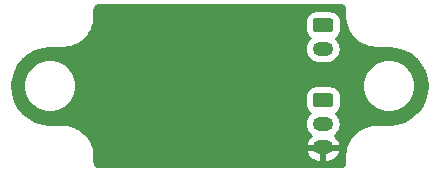
<source format=gbl>
G04 #@! TF.GenerationSoftware,KiCad,Pcbnew,(5.1.10)-1*
G04 #@! TF.CreationDate,2021-10-26T19:42:31+01:00*
G04 #@! TF.ProjectId,drv120_solenoid_driver,64727631-3230-45f7-936f-6c656e6f6964,rev?*
G04 #@! TF.SameCoordinates,Original*
G04 #@! TF.FileFunction,Copper,L2,Bot*
G04 #@! TF.FilePolarity,Positive*
%FSLAX46Y46*%
G04 Gerber Fmt 4.6, Leading zero omitted, Abs format (unit mm)*
G04 Created by KiCad (PCBNEW (5.1.10)-1) date 2021-10-26 19:42:31*
%MOMM*%
%LPD*%
G01*
G04 APERTURE LIST*
G04 #@! TA.AperFunction,ComponentPad*
%ADD10O,1.750000X1.200000*%
G04 #@! TD*
G04 #@! TA.AperFunction,Conductor*
%ADD11C,0.254000*%
G04 #@! TD*
G04 #@! TA.AperFunction,Conductor*
%ADD12C,0.100000*%
G04 #@! TD*
G04 APERTURE END LIST*
G04 #@! TA.AperFunction,ComponentPad*
G36*
G01*
X160537999Y-105381500D02*
X161788001Y-105381500D01*
G75*
G02*
X162038000Y-105631499I0J-249999D01*
G01*
X162038000Y-106331501D01*
G75*
G02*
X161788001Y-106581500I-249999J0D01*
G01*
X160537999Y-106581500D01*
G75*
G02*
X160288000Y-106331501I0J249999D01*
G01*
X160288000Y-105631499D01*
G75*
G02*
X160537999Y-105381500I249999J0D01*
G01*
G37*
G04 #@! TD.AperFunction*
D10*
X161163000Y-107981500D03*
G04 #@! TA.AperFunction,ComponentPad*
G36*
G01*
X160537999Y-111731500D02*
X161788001Y-111731500D01*
G75*
G02*
X162038000Y-111981499I0J-249999D01*
G01*
X162038000Y-112681501D01*
G75*
G02*
X161788001Y-112931500I-249999J0D01*
G01*
X160537999Y-112931500D01*
G75*
G02*
X160288000Y-112681501I0J249999D01*
G01*
X160288000Y-111981499D01*
G75*
G02*
X160537999Y-111731500I249999J0D01*
G01*
G37*
G04 #@! TD.AperFunction*
X161163000Y-114331500D03*
X161163000Y-116331500D03*
D11*
X162712496Y-104314101D02*
X162773676Y-104332572D01*
X162830105Y-104362575D01*
X162879618Y-104402958D01*
X162920356Y-104452201D01*
X162950751Y-104508416D01*
X162969647Y-104569461D01*
X162979500Y-104663199D01*
X162979500Y-105251919D01*
X162982354Y-105280897D01*
X162982266Y-105293503D01*
X162983165Y-105302674D01*
X163024618Y-105697077D01*
X163036648Y-105755683D01*
X163047855Y-105814435D01*
X163050519Y-105823257D01*
X163167790Y-106202099D01*
X163190974Y-106257250D01*
X163213380Y-106312708D01*
X163217706Y-106320845D01*
X163406328Y-106669693D01*
X163439783Y-106719292D01*
X163472532Y-106769338D01*
X163478355Y-106776477D01*
X163478358Y-106776481D01*
X163478362Y-106776485D01*
X163731144Y-107082047D01*
X163773561Y-107124169D01*
X163815443Y-107166938D01*
X163822544Y-107172811D01*
X164129869Y-107423460D01*
X164179678Y-107456552D01*
X164229050Y-107490359D01*
X164237156Y-107494741D01*
X164587313Y-107680923D01*
X164642605Y-107703712D01*
X164697601Y-107727284D01*
X164706405Y-107730009D01*
X165086056Y-107844632D01*
X165144750Y-107856254D01*
X165203247Y-107868688D01*
X165212411Y-107869651D01*
X165607096Y-107908350D01*
X165607098Y-107908350D01*
X165639081Y-107911500D01*
X166718721Y-107911500D01*
X167374556Y-107975805D01*
X167974365Y-108156898D01*
X168527569Y-108451042D01*
X169013112Y-108847041D01*
X169412489Y-109329805D01*
X169710489Y-109880944D01*
X169895766Y-110479476D01*
X169961257Y-111102584D01*
X169904471Y-111726559D01*
X169727571Y-112327614D01*
X169437295Y-112882860D01*
X169044695Y-113371155D01*
X168564734Y-113773891D01*
X168015686Y-114075732D01*
X167418466Y-114265182D01*
X166765885Y-114338380D01*
X166748676Y-114338500D01*
X165639081Y-114338500D01*
X165610103Y-114341354D01*
X165597497Y-114341266D01*
X165588326Y-114342166D01*
X165193922Y-114383618D01*
X165135329Y-114395645D01*
X165076565Y-114406855D01*
X165067743Y-114409519D01*
X164688901Y-114526790D01*
X164633750Y-114549974D01*
X164578292Y-114572380D01*
X164570155Y-114576706D01*
X164221307Y-114765328D01*
X164171708Y-114798783D01*
X164121662Y-114831532D01*
X164114521Y-114837356D01*
X163808953Y-115090144D01*
X163766815Y-115132577D01*
X163724062Y-115174443D01*
X163718194Y-115181538D01*
X163718189Y-115181543D01*
X163718185Y-115181548D01*
X163467541Y-115488869D01*
X163434459Y-115538662D01*
X163400641Y-115588051D01*
X163396259Y-115596157D01*
X163210077Y-115946313D01*
X163187276Y-116001633D01*
X163163716Y-116056601D01*
X163160991Y-116065405D01*
X163046368Y-116445056D01*
X163034749Y-116503736D01*
X163022312Y-116562246D01*
X163021349Y-116571411D01*
X162982650Y-116966095D01*
X162979500Y-116998081D01*
X162979500Y-117582421D01*
X162970099Y-117678299D01*
X162951627Y-117739478D01*
X162921627Y-117795901D01*
X162881241Y-117845419D01*
X162831998Y-117886157D01*
X162775784Y-117916551D01*
X162714740Y-117935447D01*
X162621001Y-117945300D01*
X142183379Y-117945300D01*
X142087501Y-117935899D01*
X142026322Y-117917427D01*
X141969899Y-117887427D01*
X141920381Y-117847041D01*
X141879643Y-117797798D01*
X141849249Y-117741584D01*
X141830353Y-117680540D01*
X141820500Y-117586801D01*
X141820500Y-116998081D01*
X141817646Y-116969103D01*
X141817734Y-116956497D01*
X141816834Y-116947326D01*
X141785492Y-116649109D01*
X159694538Y-116649109D01*
X159698409Y-116686782D01*
X159790579Y-116912033D01*
X159924922Y-117114974D01*
X160096275Y-117287807D01*
X160298054Y-117423890D01*
X160522504Y-117517993D01*
X160761000Y-117566500D01*
X161036000Y-117566500D01*
X161036000Y-116458500D01*
X161290000Y-116458500D01*
X161290000Y-117566500D01*
X161565000Y-117566500D01*
X161803496Y-117517993D01*
X162027946Y-117423890D01*
X162229725Y-117287807D01*
X162401078Y-117114974D01*
X162535421Y-116912033D01*
X162627591Y-116686782D01*
X162631462Y-116649109D01*
X162506731Y-116458500D01*
X161290000Y-116458500D01*
X161036000Y-116458500D01*
X159819269Y-116458500D01*
X159694538Y-116649109D01*
X141785492Y-116649109D01*
X141775382Y-116552922D01*
X141763355Y-116494329D01*
X141752145Y-116435565D01*
X141749481Y-116426743D01*
X141632210Y-116047901D01*
X141609026Y-115992750D01*
X141586620Y-115937292D01*
X141582294Y-115929155D01*
X141393672Y-115580307D01*
X141360217Y-115530708D01*
X141327468Y-115480662D01*
X141321644Y-115473521D01*
X141068856Y-115167953D01*
X141026423Y-115125815D01*
X140984557Y-115083062D01*
X140977462Y-115077194D01*
X140977457Y-115077189D01*
X140977452Y-115077185D01*
X140670131Y-114826541D01*
X140620338Y-114793459D01*
X140570949Y-114759641D01*
X140562843Y-114755259D01*
X140212687Y-114569077D01*
X140157367Y-114546276D01*
X140102399Y-114522716D01*
X140093599Y-114519992D01*
X140093593Y-114519990D01*
X139713944Y-114405368D01*
X139655264Y-114393749D01*
X139596754Y-114381312D01*
X139587589Y-114380349D01*
X139192905Y-114341650D01*
X139192902Y-114341650D01*
X139160919Y-114338500D01*
X138081279Y-114338500D01*
X138009888Y-114331500D01*
X159647025Y-114331500D01*
X159670870Y-114573602D01*
X159741489Y-114806401D01*
X159856167Y-115020949D01*
X160010498Y-115209002D01*
X160160348Y-115331981D01*
X160096275Y-115375193D01*
X159924922Y-115548026D01*
X159790579Y-115750967D01*
X159698409Y-115976218D01*
X159694538Y-116013891D01*
X159819269Y-116204500D01*
X161036000Y-116204500D01*
X161036000Y-116184500D01*
X161290000Y-116184500D01*
X161290000Y-116204500D01*
X162506731Y-116204500D01*
X162631462Y-116013891D01*
X162627591Y-115976218D01*
X162535421Y-115750967D01*
X162401078Y-115548026D01*
X162229725Y-115375193D01*
X162165652Y-115331981D01*
X162315502Y-115209002D01*
X162469833Y-115020949D01*
X162584511Y-114806401D01*
X162655130Y-114573602D01*
X162678975Y-114331500D01*
X162655130Y-114089398D01*
X162584511Y-113856599D01*
X162469833Y-113642051D01*
X162315502Y-113453998D01*
X162276889Y-113422309D01*
X162281387Y-113419905D01*
X162415962Y-113309462D01*
X162526405Y-113174887D01*
X162608472Y-113021351D01*
X162659008Y-112854755D01*
X162676072Y-112681501D01*
X162676072Y-111981499D01*
X162659008Y-111808245D01*
X162608472Y-111641649D01*
X162526405Y-111488113D01*
X162415962Y-111353538D01*
X162281387Y-111243095D01*
X162127851Y-111161028D01*
X161961255Y-111110492D01*
X161788001Y-111093428D01*
X160537999Y-111093428D01*
X160364745Y-111110492D01*
X160198149Y-111161028D01*
X160044613Y-111243095D01*
X159910038Y-111353538D01*
X159799595Y-111488113D01*
X159717528Y-111641649D01*
X159666992Y-111808245D01*
X159649928Y-111981499D01*
X159649928Y-112681501D01*
X159666992Y-112854755D01*
X159717528Y-113021351D01*
X159799595Y-113174887D01*
X159910038Y-113309462D01*
X160044613Y-113419905D01*
X160049111Y-113422309D01*
X160010498Y-113453998D01*
X159856167Y-113642051D01*
X159741489Y-113856599D01*
X159670870Y-114089398D01*
X159647025Y-114331500D01*
X138009888Y-114331500D01*
X137425443Y-114274195D01*
X136825636Y-114093102D01*
X136272429Y-113798956D01*
X135786888Y-113402959D01*
X135387511Y-112920195D01*
X135089512Y-112369057D01*
X134904234Y-111770524D01*
X134838743Y-111147416D01*
X134860816Y-110904872D01*
X135814000Y-110904872D01*
X135814000Y-111345128D01*
X135899890Y-111776925D01*
X136068369Y-112183669D01*
X136312962Y-112549729D01*
X136624271Y-112861038D01*
X136990331Y-113105631D01*
X137397075Y-113274110D01*
X137828872Y-113360000D01*
X138269128Y-113360000D01*
X138700925Y-113274110D01*
X139107669Y-113105631D01*
X139473729Y-112861038D01*
X139785038Y-112549729D01*
X140029631Y-112183669D01*
X140198110Y-111776925D01*
X140284000Y-111345128D01*
X140284000Y-110904872D01*
X164516000Y-110904872D01*
X164516000Y-111345128D01*
X164601890Y-111776925D01*
X164770369Y-112183669D01*
X165014962Y-112549729D01*
X165326271Y-112861038D01*
X165692331Y-113105631D01*
X166099075Y-113274110D01*
X166530872Y-113360000D01*
X166971128Y-113360000D01*
X167402925Y-113274110D01*
X167809669Y-113105631D01*
X168175729Y-112861038D01*
X168487038Y-112549729D01*
X168731631Y-112183669D01*
X168900110Y-111776925D01*
X168986000Y-111345128D01*
X168986000Y-110904872D01*
X168900110Y-110473075D01*
X168731631Y-110066331D01*
X168487038Y-109700271D01*
X168175729Y-109388962D01*
X167809669Y-109144369D01*
X167402925Y-108975890D01*
X166971128Y-108890000D01*
X166530872Y-108890000D01*
X166099075Y-108975890D01*
X165692331Y-109144369D01*
X165326271Y-109388962D01*
X165014962Y-109700271D01*
X164770369Y-110066331D01*
X164601890Y-110473075D01*
X164516000Y-110904872D01*
X140284000Y-110904872D01*
X140198110Y-110473075D01*
X140029631Y-110066331D01*
X139785038Y-109700271D01*
X139473729Y-109388962D01*
X139107669Y-109144369D01*
X138700925Y-108975890D01*
X138269128Y-108890000D01*
X137828872Y-108890000D01*
X137397075Y-108975890D01*
X136990331Y-109144369D01*
X136624271Y-109388962D01*
X136312962Y-109700271D01*
X136068369Y-110066331D01*
X135899890Y-110473075D01*
X135814000Y-110904872D01*
X134860816Y-110904872D01*
X134895529Y-110523439D01*
X135072428Y-109922388D01*
X135362705Y-109367140D01*
X135755305Y-108878845D01*
X136235269Y-108476108D01*
X136784312Y-108174268D01*
X137381534Y-107984818D01*
X137411114Y-107981500D01*
X159647025Y-107981500D01*
X159670870Y-108223602D01*
X159741489Y-108456401D01*
X159856167Y-108670949D01*
X160010498Y-108859002D01*
X160198551Y-109013333D01*
X160413099Y-109128011D01*
X160645898Y-109198630D01*
X160827335Y-109216500D01*
X161498665Y-109216500D01*
X161680102Y-109198630D01*
X161912901Y-109128011D01*
X162127449Y-109013333D01*
X162315502Y-108859002D01*
X162469833Y-108670949D01*
X162584511Y-108456401D01*
X162655130Y-108223602D01*
X162678975Y-107981500D01*
X162655130Y-107739398D01*
X162584511Y-107506599D01*
X162469833Y-107292051D01*
X162315502Y-107103998D01*
X162276889Y-107072309D01*
X162281387Y-107069905D01*
X162415962Y-106959462D01*
X162526405Y-106824887D01*
X162608472Y-106671351D01*
X162659008Y-106504755D01*
X162676072Y-106331501D01*
X162676072Y-105631499D01*
X162659008Y-105458245D01*
X162608472Y-105291649D01*
X162526405Y-105138113D01*
X162415962Y-105003538D01*
X162281387Y-104893095D01*
X162127851Y-104811028D01*
X161961255Y-104760492D01*
X161788001Y-104743428D01*
X160537999Y-104743428D01*
X160364745Y-104760492D01*
X160198149Y-104811028D01*
X160044613Y-104893095D01*
X159910038Y-105003538D01*
X159799595Y-105138113D01*
X159717528Y-105291649D01*
X159666992Y-105458245D01*
X159649928Y-105631499D01*
X159649928Y-106331501D01*
X159666992Y-106504755D01*
X159717528Y-106671351D01*
X159799595Y-106824887D01*
X159910038Y-106959462D01*
X160044613Y-107069905D01*
X160049111Y-107072309D01*
X160010498Y-107103998D01*
X159856167Y-107292051D01*
X159741489Y-107506599D01*
X159670870Y-107739398D01*
X159647025Y-107981500D01*
X137411114Y-107981500D01*
X138034115Y-107911620D01*
X138051323Y-107911500D01*
X139160919Y-107911500D01*
X139189897Y-107908646D01*
X139202503Y-107908734D01*
X139211674Y-107907835D01*
X139606077Y-107866382D01*
X139664683Y-107854352D01*
X139723435Y-107843145D01*
X139732257Y-107840481D01*
X140111099Y-107723210D01*
X140166250Y-107700026D01*
X140221708Y-107677620D01*
X140229845Y-107673294D01*
X140578693Y-107484672D01*
X140628292Y-107451217D01*
X140678338Y-107418468D01*
X140685477Y-107412645D01*
X140685481Y-107412642D01*
X140685485Y-107412638D01*
X140991047Y-107159856D01*
X141033169Y-107117439D01*
X141075938Y-107075557D01*
X141081811Y-107068456D01*
X141332460Y-106761131D01*
X141365552Y-106711322D01*
X141399359Y-106661950D01*
X141403741Y-106653844D01*
X141589923Y-106303687D01*
X141612712Y-106248395D01*
X141636284Y-106193399D01*
X141639009Y-106184595D01*
X141753632Y-105804944D01*
X141765254Y-105746250D01*
X141777688Y-105687753D01*
X141778651Y-105678589D01*
X141817350Y-105283904D01*
X141817350Y-105283902D01*
X141820500Y-105251919D01*
X141820500Y-104667579D01*
X141829901Y-104571704D01*
X141848372Y-104510524D01*
X141878375Y-104454095D01*
X141918758Y-104404582D01*
X141968001Y-104363844D01*
X142024216Y-104333449D01*
X142085261Y-104314553D01*
X142178999Y-104304700D01*
X162616621Y-104304700D01*
X162712496Y-104314101D01*
G04 #@! TA.AperFunction,Conductor*
D12*
G36*
X162712496Y-104314101D02*
G01*
X162773676Y-104332572D01*
X162830105Y-104362575D01*
X162879618Y-104402958D01*
X162920356Y-104452201D01*
X162950751Y-104508416D01*
X162969647Y-104569461D01*
X162979500Y-104663199D01*
X162979500Y-105251919D01*
X162982354Y-105280897D01*
X162982266Y-105293503D01*
X162983165Y-105302674D01*
X163024618Y-105697077D01*
X163036648Y-105755683D01*
X163047855Y-105814435D01*
X163050519Y-105823257D01*
X163167790Y-106202099D01*
X163190974Y-106257250D01*
X163213380Y-106312708D01*
X163217706Y-106320845D01*
X163406328Y-106669693D01*
X163439783Y-106719292D01*
X163472532Y-106769338D01*
X163478355Y-106776477D01*
X163478358Y-106776481D01*
X163478362Y-106776485D01*
X163731144Y-107082047D01*
X163773561Y-107124169D01*
X163815443Y-107166938D01*
X163822544Y-107172811D01*
X164129869Y-107423460D01*
X164179678Y-107456552D01*
X164229050Y-107490359D01*
X164237156Y-107494741D01*
X164587313Y-107680923D01*
X164642605Y-107703712D01*
X164697601Y-107727284D01*
X164706405Y-107730009D01*
X165086056Y-107844632D01*
X165144750Y-107856254D01*
X165203247Y-107868688D01*
X165212411Y-107869651D01*
X165607096Y-107908350D01*
X165607098Y-107908350D01*
X165639081Y-107911500D01*
X166718721Y-107911500D01*
X167374556Y-107975805D01*
X167974365Y-108156898D01*
X168527569Y-108451042D01*
X169013112Y-108847041D01*
X169412489Y-109329805D01*
X169710489Y-109880944D01*
X169895766Y-110479476D01*
X169961257Y-111102584D01*
X169904471Y-111726559D01*
X169727571Y-112327614D01*
X169437295Y-112882860D01*
X169044695Y-113371155D01*
X168564734Y-113773891D01*
X168015686Y-114075732D01*
X167418466Y-114265182D01*
X166765885Y-114338380D01*
X166748676Y-114338500D01*
X165639081Y-114338500D01*
X165610103Y-114341354D01*
X165597497Y-114341266D01*
X165588326Y-114342166D01*
X165193922Y-114383618D01*
X165135329Y-114395645D01*
X165076565Y-114406855D01*
X165067743Y-114409519D01*
X164688901Y-114526790D01*
X164633750Y-114549974D01*
X164578292Y-114572380D01*
X164570155Y-114576706D01*
X164221307Y-114765328D01*
X164171708Y-114798783D01*
X164121662Y-114831532D01*
X164114521Y-114837356D01*
X163808953Y-115090144D01*
X163766815Y-115132577D01*
X163724062Y-115174443D01*
X163718194Y-115181538D01*
X163718189Y-115181543D01*
X163718185Y-115181548D01*
X163467541Y-115488869D01*
X163434459Y-115538662D01*
X163400641Y-115588051D01*
X163396259Y-115596157D01*
X163210077Y-115946313D01*
X163187276Y-116001633D01*
X163163716Y-116056601D01*
X163160991Y-116065405D01*
X163046368Y-116445056D01*
X163034749Y-116503736D01*
X163022312Y-116562246D01*
X163021349Y-116571411D01*
X162982650Y-116966095D01*
X162979500Y-116998081D01*
X162979500Y-117582421D01*
X162970099Y-117678299D01*
X162951627Y-117739478D01*
X162921627Y-117795901D01*
X162881241Y-117845419D01*
X162831998Y-117886157D01*
X162775784Y-117916551D01*
X162714740Y-117935447D01*
X162621001Y-117945300D01*
X142183379Y-117945300D01*
X142087501Y-117935899D01*
X142026322Y-117917427D01*
X141969899Y-117887427D01*
X141920381Y-117847041D01*
X141879643Y-117797798D01*
X141849249Y-117741584D01*
X141830353Y-117680540D01*
X141820500Y-117586801D01*
X141820500Y-116998081D01*
X141817646Y-116969103D01*
X141817734Y-116956497D01*
X141816834Y-116947326D01*
X141785492Y-116649109D01*
X159694538Y-116649109D01*
X159698409Y-116686782D01*
X159790579Y-116912033D01*
X159924922Y-117114974D01*
X160096275Y-117287807D01*
X160298054Y-117423890D01*
X160522504Y-117517993D01*
X160761000Y-117566500D01*
X161036000Y-117566500D01*
X161036000Y-116458500D01*
X161290000Y-116458500D01*
X161290000Y-117566500D01*
X161565000Y-117566500D01*
X161803496Y-117517993D01*
X162027946Y-117423890D01*
X162229725Y-117287807D01*
X162401078Y-117114974D01*
X162535421Y-116912033D01*
X162627591Y-116686782D01*
X162631462Y-116649109D01*
X162506731Y-116458500D01*
X161290000Y-116458500D01*
X161036000Y-116458500D01*
X159819269Y-116458500D01*
X159694538Y-116649109D01*
X141785492Y-116649109D01*
X141775382Y-116552922D01*
X141763355Y-116494329D01*
X141752145Y-116435565D01*
X141749481Y-116426743D01*
X141632210Y-116047901D01*
X141609026Y-115992750D01*
X141586620Y-115937292D01*
X141582294Y-115929155D01*
X141393672Y-115580307D01*
X141360217Y-115530708D01*
X141327468Y-115480662D01*
X141321644Y-115473521D01*
X141068856Y-115167953D01*
X141026423Y-115125815D01*
X140984557Y-115083062D01*
X140977462Y-115077194D01*
X140977457Y-115077189D01*
X140977452Y-115077185D01*
X140670131Y-114826541D01*
X140620338Y-114793459D01*
X140570949Y-114759641D01*
X140562843Y-114755259D01*
X140212687Y-114569077D01*
X140157367Y-114546276D01*
X140102399Y-114522716D01*
X140093599Y-114519992D01*
X140093593Y-114519990D01*
X139713944Y-114405368D01*
X139655264Y-114393749D01*
X139596754Y-114381312D01*
X139587589Y-114380349D01*
X139192905Y-114341650D01*
X139192902Y-114341650D01*
X139160919Y-114338500D01*
X138081279Y-114338500D01*
X138009888Y-114331500D01*
X159647025Y-114331500D01*
X159670870Y-114573602D01*
X159741489Y-114806401D01*
X159856167Y-115020949D01*
X160010498Y-115209002D01*
X160160348Y-115331981D01*
X160096275Y-115375193D01*
X159924922Y-115548026D01*
X159790579Y-115750967D01*
X159698409Y-115976218D01*
X159694538Y-116013891D01*
X159819269Y-116204500D01*
X161036000Y-116204500D01*
X161036000Y-116184500D01*
X161290000Y-116184500D01*
X161290000Y-116204500D01*
X162506731Y-116204500D01*
X162631462Y-116013891D01*
X162627591Y-115976218D01*
X162535421Y-115750967D01*
X162401078Y-115548026D01*
X162229725Y-115375193D01*
X162165652Y-115331981D01*
X162315502Y-115209002D01*
X162469833Y-115020949D01*
X162584511Y-114806401D01*
X162655130Y-114573602D01*
X162678975Y-114331500D01*
X162655130Y-114089398D01*
X162584511Y-113856599D01*
X162469833Y-113642051D01*
X162315502Y-113453998D01*
X162276889Y-113422309D01*
X162281387Y-113419905D01*
X162415962Y-113309462D01*
X162526405Y-113174887D01*
X162608472Y-113021351D01*
X162659008Y-112854755D01*
X162676072Y-112681501D01*
X162676072Y-111981499D01*
X162659008Y-111808245D01*
X162608472Y-111641649D01*
X162526405Y-111488113D01*
X162415962Y-111353538D01*
X162281387Y-111243095D01*
X162127851Y-111161028D01*
X161961255Y-111110492D01*
X161788001Y-111093428D01*
X160537999Y-111093428D01*
X160364745Y-111110492D01*
X160198149Y-111161028D01*
X160044613Y-111243095D01*
X159910038Y-111353538D01*
X159799595Y-111488113D01*
X159717528Y-111641649D01*
X159666992Y-111808245D01*
X159649928Y-111981499D01*
X159649928Y-112681501D01*
X159666992Y-112854755D01*
X159717528Y-113021351D01*
X159799595Y-113174887D01*
X159910038Y-113309462D01*
X160044613Y-113419905D01*
X160049111Y-113422309D01*
X160010498Y-113453998D01*
X159856167Y-113642051D01*
X159741489Y-113856599D01*
X159670870Y-114089398D01*
X159647025Y-114331500D01*
X138009888Y-114331500D01*
X137425443Y-114274195D01*
X136825636Y-114093102D01*
X136272429Y-113798956D01*
X135786888Y-113402959D01*
X135387511Y-112920195D01*
X135089512Y-112369057D01*
X134904234Y-111770524D01*
X134838743Y-111147416D01*
X134860816Y-110904872D01*
X135814000Y-110904872D01*
X135814000Y-111345128D01*
X135899890Y-111776925D01*
X136068369Y-112183669D01*
X136312962Y-112549729D01*
X136624271Y-112861038D01*
X136990331Y-113105631D01*
X137397075Y-113274110D01*
X137828872Y-113360000D01*
X138269128Y-113360000D01*
X138700925Y-113274110D01*
X139107669Y-113105631D01*
X139473729Y-112861038D01*
X139785038Y-112549729D01*
X140029631Y-112183669D01*
X140198110Y-111776925D01*
X140284000Y-111345128D01*
X140284000Y-110904872D01*
X164516000Y-110904872D01*
X164516000Y-111345128D01*
X164601890Y-111776925D01*
X164770369Y-112183669D01*
X165014962Y-112549729D01*
X165326271Y-112861038D01*
X165692331Y-113105631D01*
X166099075Y-113274110D01*
X166530872Y-113360000D01*
X166971128Y-113360000D01*
X167402925Y-113274110D01*
X167809669Y-113105631D01*
X168175729Y-112861038D01*
X168487038Y-112549729D01*
X168731631Y-112183669D01*
X168900110Y-111776925D01*
X168986000Y-111345128D01*
X168986000Y-110904872D01*
X168900110Y-110473075D01*
X168731631Y-110066331D01*
X168487038Y-109700271D01*
X168175729Y-109388962D01*
X167809669Y-109144369D01*
X167402925Y-108975890D01*
X166971128Y-108890000D01*
X166530872Y-108890000D01*
X166099075Y-108975890D01*
X165692331Y-109144369D01*
X165326271Y-109388962D01*
X165014962Y-109700271D01*
X164770369Y-110066331D01*
X164601890Y-110473075D01*
X164516000Y-110904872D01*
X140284000Y-110904872D01*
X140198110Y-110473075D01*
X140029631Y-110066331D01*
X139785038Y-109700271D01*
X139473729Y-109388962D01*
X139107669Y-109144369D01*
X138700925Y-108975890D01*
X138269128Y-108890000D01*
X137828872Y-108890000D01*
X137397075Y-108975890D01*
X136990331Y-109144369D01*
X136624271Y-109388962D01*
X136312962Y-109700271D01*
X136068369Y-110066331D01*
X135899890Y-110473075D01*
X135814000Y-110904872D01*
X134860816Y-110904872D01*
X134895529Y-110523439D01*
X135072428Y-109922388D01*
X135362705Y-109367140D01*
X135755305Y-108878845D01*
X136235269Y-108476108D01*
X136784312Y-108174268D01*
X137381534Y-107984818D01*
X137411114Y-107981500D01*
X159647025Y-107981500D01*
X159670870Y-108223602D01*
X159741489Y-108456401D01*
X159856167Y-108670949D01*
X160010498Y-108859002D01*
X160198551Y-109013333D01*
X160413099Y-109128011D01*
X160645898Y-109198630D01*
X160827335Y-109216500D01*
X161498665Y-109216500D01*
X161680102Y-109198630D01*
X161912901Y-109128011D01*
X162127449Y-109013333D01*
X162315502Y-108859002D01*
X162469833Y-108670949D01*
X162584511Y-108456401D01*
X162655130Y-108223602D01*
X162678975Y-107981500D01*
X162655130Y-107739398D01*
X162584511Y-107506599D01*
X162469833Y-107292051D01*
X162315502Y-107103998D01*
X162276889Y-107072309D01*
X162281387Y-107069905D01*
X162415962Y-106959462D01*
X162526405Y-106824887D01*
X162608472Y-106671351D01*
X162659008Y-106504755D01*
X162676072Y-106331501D01*
X162676072Y-105631499D01*
X162659008Y-105458245D01*
X162608472Y-105291649D01*
X162526405Y-105138113D01*
X162415962Y-105003538D01*
X162281387Y-104893095D01*
X162127851Y-104811028D01*
X161961255Y-104760492D01*
X161788001Y-104743428D01*
X160537999Y-104743428D01*
X160364745Y-104760492D01*
X160198149Y-104811028D01*
X160044613Y-104893095D01*
X159910038Y-105003538D01*
X159799595Y-105138113D01*
X159717528Y-105291649D01*
X159666992Y-105458245D01*
X159649928Y-105631499D01*
X159649928Y-106331501D01*
X159666992Y-106504755D01*
X159717528Y-106671351D01*
X159799595Y-106824887D01*
X159910038Y-106959462D01*
X160044613Y-107069905D01*
X160049111Y-107072309D01*
X160010498Y-107103998D01*
X159856167Y-107292051D01*
X159741489Y-107506599D01*
X159670870Y-107739398D01*
X159647025Y-107981500D01*
X137411114Y-107981500D01*
X138034115Y-107911620D01*
X138051323Y-107911500D01*
X139160919Y-107911500D01*
X139189897Y-107908646D01*
X139202503Y-107908734D01*
X139211674Y-107907835D01*
X139606077Y-107866382D01*
X139664683Y-107854352D01*
X139723435Y-107843145D01*
X139732257Y-107840481D01*
X140111099Y-107723210D01*
X140166250Y-107700026D01*
X140221708Y-107677620D01*
X140229845Y-107673294D01*
X140578693Y-107484672D01*
X140628292Y-107451217D01*
X140678338Y-107418468D01*
X140685477Y-107412645D01*
X140685481Y-107412642D01*
X140685485Y-107412638D01*
X140991047Y-107159856D01*
X141033169Y-107117439D01*
X141075938Y-107075557D01*
X141081811Y-107068456D01*
X141332460Y-106761131D01*
X141365552Y-106711322D01*
X141399359Y-106661950D01*
X141403741Y-106653844D01*
X141589923Y-106303687D01*
X141612712Y-106248395D01*
X141636284Y-106193399D01*
X141639009Y-106184595D01*
X141753632Y-105804944D01*
X141765254Y-105746250D01*
X141777688Y-105687753D01*
X141778651Y-105678589D01*
X141817350Y-105283904D01*
X141817350Y-105283902D01*
X141820500Y-105251919D01*
X141820500Y-104667579D01*
X141829901Y-104571704D01*
X141848372Y-104510524D01*
X141878375Y-104454095D01*
X141918758Y-104404582D01*
X141968001Y-104363844D01*
X142024216Y-104333449D01*
X142085261Y-104314553D01*
X142178999Y-104304700D01*
X162616621Y-104304700D01*
X162712496Y-104314101D01*
G37*
G04 #@! TD.AperFunction*
M02*

</source>
